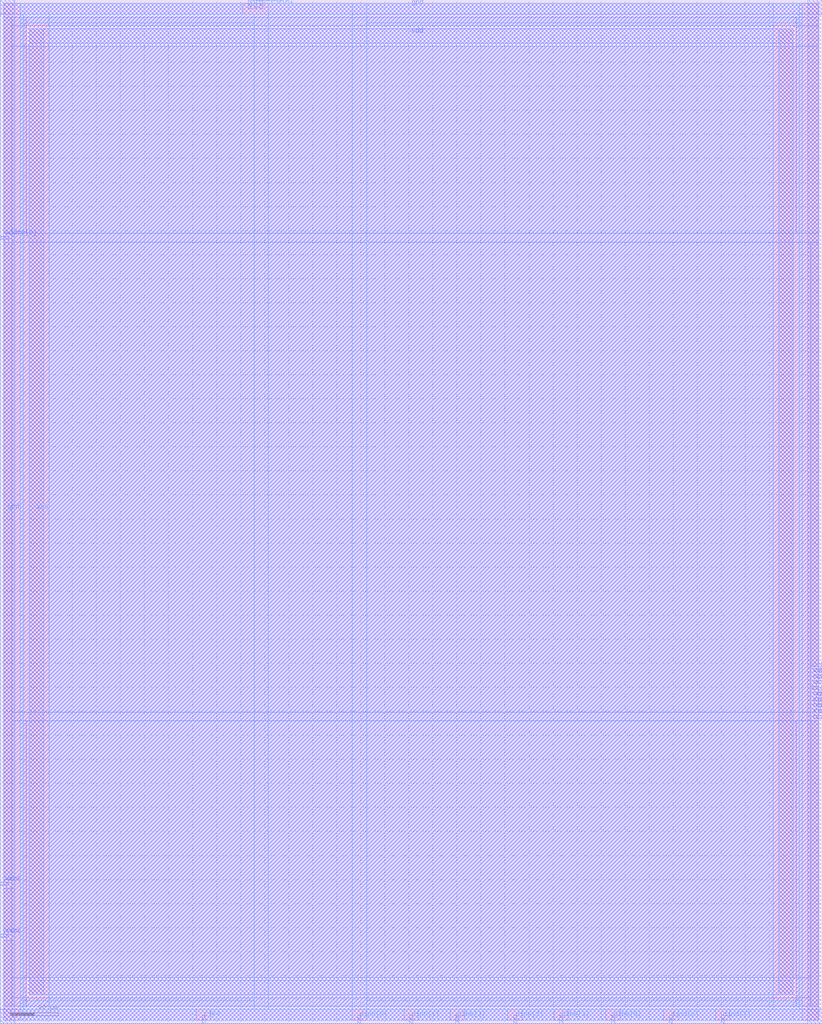
<source format=lef>
VERSION 5.4 ;
NAMESCASESENSITIVE ON ;
BUSBITCHARS "[]" ;
DIVIDERCHAR "/" ;
UNITS
  DATABASE MICRONS 2000 ;
END UNITS
MACRO ROM_Mem
   CLASS BLOCK ;
   SIZE 342.0 BY 426.0 ;
   SYMMETRY X Y R90 ;
   PIN din0[0]
      DIRECTION INPUT ;
      PORT
         LAYER metal4 ;
         RECT  148.8 0.0 150.0 3.6 ;
      END
   END din0[0]
   PIN din0[1]
      DIRECTION INPUT ;
      PORT
         LAYER metal4 ;
         RECT  170.4 0.0 171.6 3.6 ;
      END
   END din0[1]
   PIN din0[2]
      DIRECTION INPUT ;
      PORT
         LAYER metal4 ;
         RECT  189.6 0.0 190.8 3.6 ;
      END
   END din0[2]
   PIN din0[3]
      DIRECTION INPUT ;
      PORT
         LAYER metal4 ;
         RECT  213.6 0.0 214.8 3.6 ;
      END
   END din0[3]
   PIN din0[4]
      DIRECTION INPUT ;
      PORT
         LAYER metal4 ;
         RECT  232.8 0.0 234.0 3.6 ;
      END
   END din0[4]
   PIN din0[5]
      DIRECTION INPUT ;
      PORT
         LAYER metal4 ;
         RECT  254.4 0.0 255.6 3.6 ;
      END
   END din0[5]
   PIN din0[6]
      DIRECTION INPUT ;
      PORT
         LAYER metal4 ;
         RECT  278.4 0.0 279.6 3.6 ;
      END
   END din0[6]
   PIN din0[7]
      DIRECTION INPUT ;
      PORT
         LAYER metal4 ;
         RECT  300.0 0.0 301.2 3.6 ;
      END
   END din0[7]
   PIN addr0[0]
      DIRECTION INPUT ;
      PORT
         LAYER metal3 ;
         RECT  0.0 326.4 3.6 327.6 ;
      END
   END addr0[0]
   PIN addr0[1]
      DIRECTION INPUT ;
      PORT
         LAYER metal4 ;
         RECT  108.0 422.4 109.2 426.0 ;
      END
   END addr0[1]
   PIN addr0[2]
      DIRECTION INPUT ;
      PORT
         LAYER metal4 ;
         RECT  105.6 422.4 106.8 426.0 ;
      END
   END addr0[2]
   PIN addr0[3]
      DIRECTION INPUT ;
      PORT
         LAYER metal4 ;
         RECT  103.2 422.4 104.4 426.0 ;
      END
   END addr0[3]
   PIN csb0
      DIRECTION INPUT ;
      PORT
         LAYER metal3 ;
         RECT  0.0 36.0 3.6 37.2 ;
      END
   END csb0
   PIN web0
      DIRECTION INPUT ;
      PORT
         LAYER metal3 ;
         RECT  0.0 57.6 3.6 58.8 ;
      END
   END web0
   PIN clk0
      DIRECTION INPUT ;
      PORT
         LAYER metal4 ;
         RECT  84.0 0.0 85.2 3.6 ;
      END
   END clk0
   PIN dout0[0]
      DIRECTION OUTPUT ;
      PORT
         LAYER metal3 ;
         RECT  338.4 127.2 342.0 128.4 ;
      END
   END dout0[0]
   PIN dout0[1]
      DIRECTION OUTPUT ;
      PORT
         LAYER metal3 ;
         RECT  338.4 146.4 342.0 147.6 ;
      END
   END dout0[1]
   PIN dout0[2]
      DIRECTION OUTPUT ;
      PORT
         LAYER metal3 ;
         RECT  338.4 129.6 342.0 130.8 ;
      END
   END dout0[2]
   PIN dout0[3]
      DIRECTION OUTPUT ;
      PORT
         LAYER metal3 ;
         RECT  338.4 132.0 342.0 133.2 ;
      END
   END dout0[3]
   PIN dout0[4]
      DIRECTION OUTPUT ;
      PORT
         LAYER metal3 ;
         RECT  338.4 144.0 342.0 145.2 ;
      END
   END dout0[4]
   PIN dout0[5]
      DIRECTION OUTPUT ;
      PORT
         LAYER metal3 ;
         RECT  338.4 141.6 342.0 142.8 ;
      END
   END dout0[5]
   PIN dout0[6]
      DIRECTION OUTPUT ;
      PORT
         LAYER metal3 ;
         RECT  338.4 134.4 342.0 135.6 ;
      END
   END dout0[6]
   PIN dout0[7]
      DIRECTION OUTPUT ;
      PORT
         LAYER metal3 ;
         RECT  338.4 136.8 342.0 138.0 ;
      END
   END dout0[7]
   PIN vdd
      DIRECTION INOUT ;
      USE POWER ; 
      SHAPE ABUTMENT ; 
      PORT
         LAYER metal3 ;
         RECT  12.0 12.0 330.0 18.0 ;
         LAYER metal3 ;
         RECT  12.0 408.0 330.0 414.0 ;
         LAYER metal4 ;
         RECT  324.0 12.0 330.0 414.0 ;
         LAYER metal4 ;
         RECT  12.0 12.0 18.0 414.0 ;
      END
   END vdd
   PIN gnd
      DIRECTION INOUT ;
      USE GROUND ; 
      SHAPE ABUTMENT ; 
      PORT
         LAYER metal3 ;
         RECT  0.0 0.0 342.0 6.0 ;
         LAYER metal4 ;
         RECT  336.0 0.0 342.0 426.0 ;
         LAYER metal3 ;
         RECT  0.0 420.0 342.0 426.0 ;
         LAYER metal4 ;
         RECT  0.0 0.0 6.0 426.0 ;
      END
   END gnd
   OBS
   LAYER  metal1 ;
      RECT  1.4 1.4 340.6 424.6 ;
   LAYER  metal2 ;
      RECT  1.4 1.4 340.6 424.6 ;
   LAYER  metal3 ;
      RECT  4.8 325.2 340.6 328.8 ;
      RECT  1.4 38.4 4.8 56.4 ;
      RECT  1.4 60.0 4.8 325.2 ;
      RECT  4.8 126.0 337.2 129.6 ;
      RECT  4.8 129.6 337.2 325.2 ;
      RECT  337.2 148.8 340.6 325.2 ;
      RECT  337.2 139.2 340.6 140.4 ;
      RECT  4.8 10.8 10.8 19.2 ;
      RECT  4.8 19.2 10.8 126.0 ;
      RECT  10.8 19.2 331.2 126.0 ;
      RECT  331.2 10.8 337.2 19.2 ;
      RECT  331.2 19.2 337.2 126.0 ;
      RECT  4.8 328.8 10.8 406.8 ;
      RECT  4.8 406.8 10.8 415.2 ;
      RECT  10.8 328.8 331.2 406.8 ;
      RECT  331.2 328.8 340.6 406.8 ;
      RECT  331.2 406.8 340.6 415.2 ;
      RECT  1.4 7.2 4.8 34.8 ;
      RECT  337.2 7.2 340.6 126.0 ;
      RECT  4.8 7.2 10.8 10.8 ;
      RECT  10.8 7.2 331.2 10.8 ;
      RECT  331.2 7.2 337.2 10.8 ;
      RECT  1.4 328.8 4.8 418.8 ;
      RECT  4.8 415.2 10.8 418.8 ;
      RECT  10.8 415.2 331.2 418.8 ;
      RECT  331.2 415.2 340.6 418.8 ;
   LAYER  metal4 ;
      RECT  146.4 6.0 152.4 424.6 ;
      RECT  152.4 1.4 168.0 6.0 ;
      RECT  174.0 1.4 187.2 6.0 ;
      RECT  193.2 1.4 211.2 6.0 ;
      RECT  217.2 1.4 230.4 6.0 ;
      RECT  236.4 1.4 252.0 6.0 ;
      RECT  258.0 1.4 276.0 6.0 ;
      RECT  282.0 1.4 297.6 6.0 ;
      RECT  105.6 6.0 111.6 420.0 ;
      RECT  111.6 6.0 146.4 420.0 ;
      RECT  111.6 420.0 146.4 424.6 ;
      RECT  87.6 1.4 146.4 6.0 ;
      RECT  152.4 6.0 321.6 9.6 ;
      RECT  152.4 9.6 321.6 416.4 ;
      RECT  152.4 416.4 321.6 424.6 ;
      RECT  321.6 6.0 332.4 9.6 ;
      RECT  321.6 416.4 332.4 424.6 ;
      RECT  9.6 6.0 20.4 9.6 ;
      RECT  9.6 416.4 20.4 420.0 ;
      RECT  20.4 6.0 105.6 9.6 ;
      RECT  20.4 9.6 105.6 416.4 ;
      RECT  20.4 416.4 105.6 420.0 ;
      RECT  303.6 1.4 333.6 6.0 ;
      RECT  332.4 6.0 333.6 9.6 ;
      RECT  332.4 9.6 333.6 416.4 ;
      RECT  332.4 416.4 333.6 424.6 ;
      RECT  8.4 420.0 100.8 424.6 ;
      RECT  8.4 1.4 81.6 6.0 ;
      RECT  8.4 6.0 9.6 9.6 ;
      RECT  8.4 9.6 9.6 416.4 ;
      RECT  8.4 416.4 9.6 420.0 ;
   END
END    ROM_Mem
END    LIBRARY

</source>
